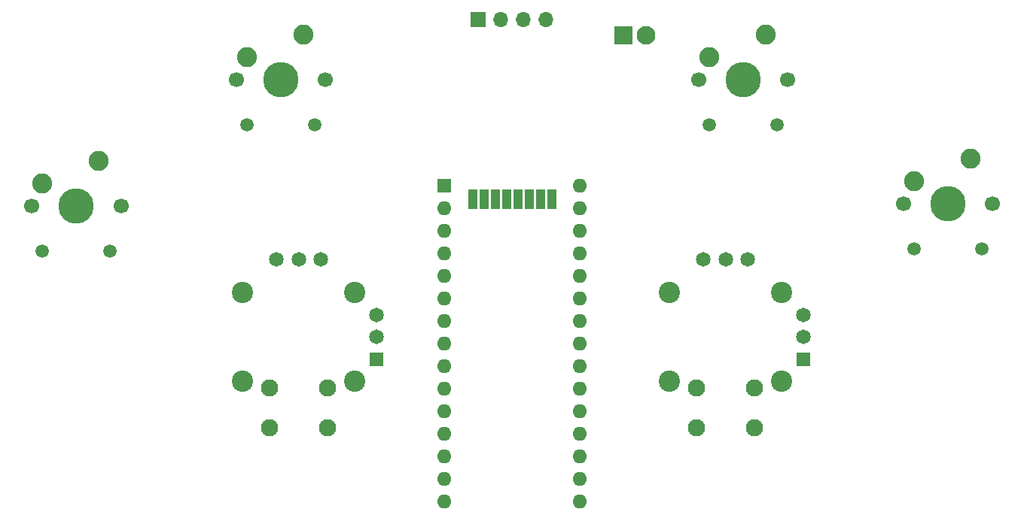
<source format=gbs>
%TF.GenerationSoftware,KiCad,Pcbnew,(6.0.9)*%
%TF.CreationDate,2023-05-29T17:24:41+10:00*%
%TF.ProjectId,Joysticks,4a6f7973-7469-4636-9b73-2e6b69636164,rev?*%
%TF.SameCoordinates,PX3d09000PY568bc30*%
%TF.FileFunction,Soldermask,Bot*%
%TF.FilePolarity,Negative*%
%FSLAX46Y46*%
G04 Gerber Fmt 4.6, Leading zero omitted, Abs format (unit mm)*
G04 Created by KiCad (PCBNEW (6.0.9)) date 2023-05-29 17:24:41*
%MOMM*%
%LPD*%
G01*
G04 APERTURE LIST*
%ADD10C,1.950000*%
%ADD11C,2.400000*%
%ADD12R,1.650000X1.650000*%
%ADD13C,1.650000*%
%ADD14C,1.700000*%
%ADD15C,3.987800*%
%ADD16C,1.508000*%
%ADD17C,2.250000*%
%ADD18R,1.600000X1.600000*%
%ADD19O,1.600000X1.600000*%
%ADD20R,2.100000X2.100000*%
%ADD21C,2.100000*%
%ADD22R,1.700000X1.700000*%
%ADD23O,1.700000X1.700000*%
%ADD24R,1.000000X2.286000*%
G04 APERTURE END LIST*
D10*
%TO.C,U1*%
X8750000Y-25750000D03*
X15250000Y-25750000D03*
X8750000Y-30250000D03*
X15250000Y-30250000D03*
D11*
X18325000Y-15000000D03*
X5675000Y-15000000D03*
X5675000Y-25000000D03*
X18325000Y-25000000D03*
D12*
X20730000Y-22500000D03*
D13*
X20730000Y-20000000D03*
X20730000Y-17500000D03*
X14500000Y-11270000D03*
X12000000Y-11270000D03*
X9500000Y-11270000D03*
%TD*%
D10*
%TO.C,U11*%
X56750000Y-25750000D03*
X63250000Y-25750000D03*
X56750000Y-30250000D03*
X63250000Y-30250000D03*
D11*
X66325000Y-15000000D03*
X53675000Y-15000000D03*
X53675000Y-25000000D03*
X66325000Y-25000000D03*
D12*
X68730000Y-22500000D03*
D13*
X68730000Y-20000000D03*
X68730000Y-17500000D03*
X62500000Y-11270000D03*
X60000000Y-11270000D03*
X57500000Y-11270000D03*
%TD*%
D14*
%TO.C,U2*%
X57000000Y9000000D03*
X67000000Y9000000D03*
D15*
X62000000Y9000000D03*
D16*
X58190000Y3920000D03*
X65810000Y3920000D03*
D17*
X64510000Y14080000D03*
X58190000Y11540000D03*
%TD*%
D14*
%TO.C,U3*%
X-18000000Y-5250000D03*
X-8000000Y-5250000D03*
D15*
X-13000000Y-5250000D03*
D16*
X-16810000Y-10330000D03*
X-9190000Y-10330000D03*
D17*
X-10490000Y-170000D03*
X-16810000Y-2710000D03*
%TD*%
D18*
%TO.C,A1*%
X28390000Y-2950000D03*
D19*
X28390000Y-5490000D03*
X28390000Y-8030000D03*
X28390000Y-10570000D03*
X28390000Y-13110000D03*
X28390000Y-15650000D03*
X28390000Y-18190000D03*
X28390000Y-20730000D03*
X28390000Y-23270000D03*
X28390000Y-25810000D03*
X28390000Y-28350000D03*
X28390000Y-30890000D03*
X28390000Y-33430000D03*
X28390000Y-35970000D03*
X28390000Y-38510000D03*
X43630000Y-38510000D03*
X43630000Y-35970000D03*
X43630000Y-33430000D03*
X43630000Y-30890000D03*
X43630000Y-28350000D03*
X43630000Y-25810000D03*
X43630000Y-23270000D03*
X43630000Y-20730000D03*
X43630000Y-18190000D03*
X43630000Y-15650000D03*
X43630000Y-13110000D03*
X43630000Y-10570000D03*
X43630000Y-8030000D03*
X43630000Y-5490000D03*
X43630000Y-2950000D03*
%TD*%
D20*
%TO.C,J1*%
X48480000Y14000000D03*
D21*
X51020000Y14000000D03*
%TD*%
D15*
%TO.C,U4*%
X85000000Y-5000000D03*
D14*
X90000000Y-5000000D03*
X80000000Y-5000000D03*
D16*
X81190000Y-10080000D03*
X88810000Y-10080000D03*
D17*
X87510000Y80000D03*
X81190000Y-2460000D03*
%TD*%
D14*
%TO.C,U5*%
X5000000Y9000000D03*
X15000000Y9000000D03*
D15*
X10000000Y9000000D03*
D16*
X6190000Y3920000D03*
X13810000Y3920000D03*
D17*
X12510000Y14080000D03*
X6190000Y11540000D03*
%TD*%
D22*
%TO.C,J4*%
X32200000Y15775000D03*
D23*
X34740000Y15775000D03*
X37280000Y15775000D03*
X39820000Y15775000D03*
%TD*%
D24*
%TO.C,U6*%
X39220000Y-4500000D03*
X40490000Y-4500000D03*
X37950000Y-4500000D03*
X36680000Y-4500000D03*
X35410000Y-4500000D03*
X34140000Y-4500000D03*
X32870000Y-4500000D03*
X31600000Y-4500000D03*
%TD*%
M02*

</source>
